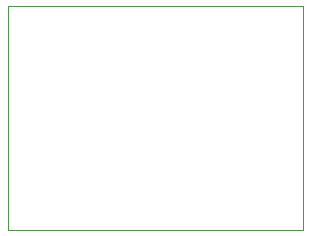
<source format=gm1>
G04 #@! TF.GenerationSoftware,KiCad,Pcbnew,6.0.9-8da3e8f707~116~ubuntu20.04.1*
G04 #@! TF.CreationDate,2023-03-26T14:19:45+00:00*
G04 #@! TF.ProjectId,LEC001020,4c454330-3031-4303-9230-2e6b69636164,rev?*
G04 #@! TF.SameCoordinates,Original*
G04 #@! TF.FileFunction,Profile,NP*
%FSLAX46Y46*%
G04 Gerber Fmt 4.6, Leading zero omitted, Abs format (unit mm)*
G04 Created by KiCad (PCBNEW 6.0.9-8da3e8f707~116~ubuntu20.04.1) date 2023-03-26 14:19:45*
%MOMM*%
%LPD*%
G01*
G04 APERTURE LIST*
G04 #@! TA.AperFunction,Profile*
%ADD10C,0.050000*%
G04 #@! TD*
G04 APERTURE END LIST*
D10*
X0Y0D02*
X0Y-19000000D01*
X0Y-19000000D02*
X25000000Y-19000000D01*
X25000000Y0D02*
X0Y0D01*
X25000000Y-19000000D02*
X25000000Y0D01*
M02*

</source>
